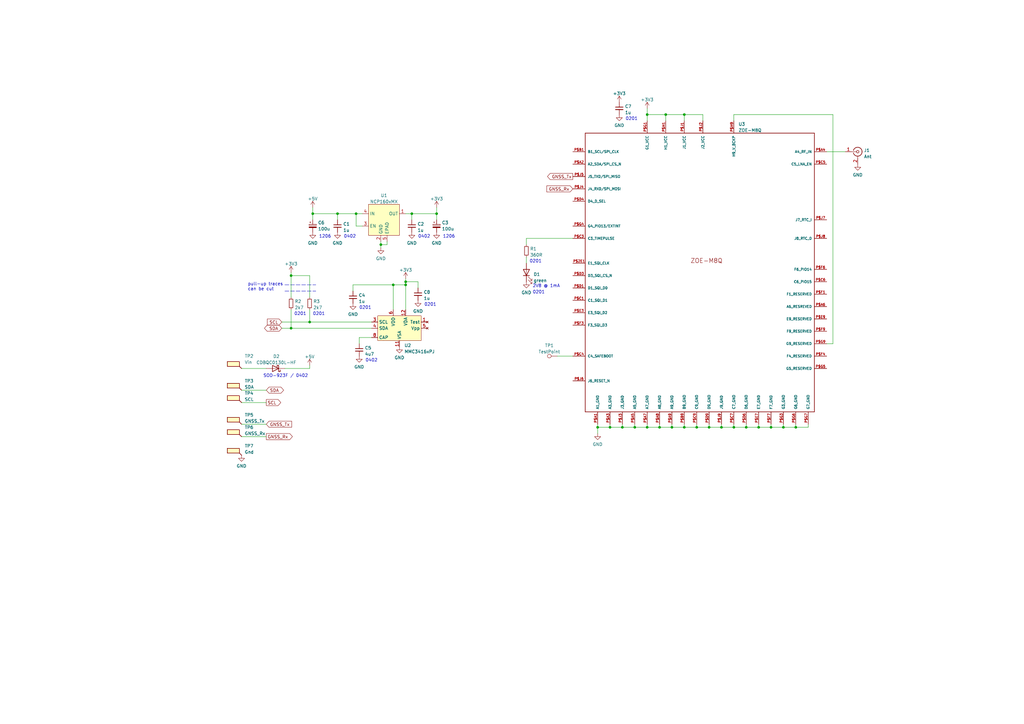
<source format=kicad_sch>
(kicad_sch (version 20211123) (generator eeschema)
  (paper "A3")
  (title_block (title "HypaLoc") (date "2022-05-24") (rev "1") (company "crteensy"))
  (lib_symbols
    (symbol "Connector:Conn_Coaxial" (pin_names (offset 1.016) hide)
      (property "Reference" "J" (at 0.254 3.048 0))
      (property "Value" "Conn_Coaxial" (at 2.921 0 90))
      (symbol "Conn_Coaxial_0_1"
        (arc (start -1.778 -0.508) (mid 0.2311 -1.8066) (end 1.778 0) (stroke (width 0.254)))
        (polyline (pts (xy -2.54 0) (xy -0.508 0)))
        (polyline (pts (xy 0 -2.54) (xy 0 -1.778)))
        (circle (center 0 0) (radius 0.508) (stroke (width 0.2032)))
        (arc (start 1.778 0) (mid 0.2099 1.8101) (end -1.778 0.508) (stroke (width 0.254)))
      )
      (symbol "Conn_Coaxial_1_1"
        (pin passive line (at -5.08 0 0) (length 2.54) (name "In") (number "1"))
        (pin passive line (at 0 -5.08 90) (length 2.54) (name "Ext") (number "2"))
      )
    )
    (symbol "Connector:TestPoint" (pin_numbers hide) (pin_names (offset 0.762) hide)
      (property "Reference" "TP" (at 0 6.858 0))
      (property "Value" "TestPoint" (at 0 5.08 0))
      (symbol "TestPoint_0_1"
        (circle (center 0 3.302) (radius 0.762))
      )
      (symbol "TestPoint_1_1"
        (pin passive line (at 0 0 90) (length 2.54) (name "1") (number "1"))
      )
    )
    (symbol "Connector:TestPoint_Flag" (pin_numbers hide) (pin_names (offset 0.762) hide)
      (property "Reference" "TP" (at 3.429 1.778 0))
      (property "Value" "TestPoint_Flag" (at 3.302 4.191 0))
      (symbol "TestPoint_Flag_0_1"
        (polyline (pts (xy 0 0) (xy 0.889 0.889)) (stroke (width 0.254)))
        (rectangle (start 0.889 2.794) (end 5.842 0.889) (stroke (width 0.254)) (fill (type background)))
      )
      (symbol "TestPoint_Flag_1_1"
        (pin passive line (at 0 0 90) (length 0) (name "1") (number "1"))
      )
    )
    (symbol "Device:C_Polarized_Small" (pin_numbers hide) (pin_names (offset 0.254) hide)
      (property "Reference" "C" (at 0.254 1.778 0))
      (property "Value" "C_Polarized_Small" (at 0.254 -2.032 0))
      (symbol "C_Polarized_Small_0_1"
        (rectangle (start -1.524 -0.3048) (end 1.524 -0.6858) (fill (type outline)))
        (rectangle (start -1.524 0.6858) (end 1.524 0.3048))
        (polyline (pts (xy -1.27 1.524) (xy -0.762 1.524)))
        (polyline (pts (xy -1.016 1.27) (xy -1.016 1.778)))
      )
      (symbol "C_Polarized_Small_1_1"
        (pin passive line (at 0 2.54 270) (length 1.8542) (name "~") (number "1"))
        (pin passive line (at 0 -2.54 90) (length 1.8542) (name "~") (number "2"))
      )
    )
    (symbol "Device:C_Small" (pin_numbers hide) (pin_names (offset 0.254) hide)
      (property "Reference" "C" (at 0.254 1.778 0))
      (property "Value" "C_Small" (at 0.254 -2.032 0))
      (symbol "C_Small_0_1"
        (polyline (pts (xy -1.524 -0.508) (xy 1.524 -0.508)) (stroke (width 0.3302)))
        (polyline (pts (xy -1.524 0.508) (xy 1.524 0.508)) (stroke (width 0.3048)))
      )
      (symbol "C_Small_1_1"
        (pin passive line (at 0 2.54 270) (length 2.032) (name "~") (number "1"))
        (pin passive line (at 0 -2.54 90) (length 2.032) (name "~") (number "2"))
      )
    )
    (symbol "Device:D_Schottky" (pin_numbers hide) (pin_names (offset 1.016) hide)
      (property "Reference" "D" (at 0 2.54 0))
      (property "Value" "D_Schottky" (at 0 -2.54 0))
      (symbol "D_Schottky_0_1"
        (polyline (pts (xy 1.27 0) (xy -1.27 0)))
        (polyline (pts (xy 1.27 1.27) (xy 1.27 -1.27) (xy -1.27 0) (xy 1.27 1.27)) (stroke (width 0.254)))
        (polyline (pts (xy -1.905 0.635) (xy -1.905 1.27) (xy -1.27 1.27) (xy -1.27 -1.27) (xy -0.635 -1.27) (xy -0.635 -0.635)) (stroke (width 0.254)))
      )
      (symbol "D_Schottky_1_1"
        (pin passive line (at -3.81 0 0) (length 2.54) (name "K") (number "1"))
        (pin passive line (at 3.81 0 180) (length 2.54) (name "A") (number "2"))
      )
    )
    (symbol "Device:LED" (pin_numbers hide) (pin_names (offset 1.016) hide)
      (property "Reference" "D" (at 0 2.54 0))
      (property "Value" "LED" (at 0 -2.54 0))
      (symbol "LED_0_1"
        (polyline (pts (xy -1.27 -1.27) (xy -1.27 1.27)) (stroke (width 0.254)))
        (polyline (pts (xy -1.27 0) (xy 1.27 0)))
        (polyline (pts (xy 1.27 -1.27) (xy 1.27 1.27) (xy -1.27 0) (xy 1.27 -1.27)) (stroke (width 0.254)))
        (polyline (pts (xy -3.048 -0.762) (xy -4.572 -2.286) (xy -3.81 -2.286) (xy -4.572 -2.286) (xy -4.572 -1.524)))
        (polyline (pts (xy -1.778 -0.762) (xy -3.302 -2.286) (xy -2.54 -2.286) (xy -3.302 -2.286) (xy -3.302 -1.524)))
      )
      (symbol "LED_1_1"
        (pin passive line (at -3.81 0 0) (length 2.54) (name "K") (number "1"))
        (pin passive line (at 3.81 0 180) (length 2.54) (name "A") (number "2"))
      )
    )
    (symbol "Device:R_Small" (pin_numbers hide) (pin_names (offset 0.254) hide)
      (property "Reference" "R" (at 0.762 0.508 0))
      (property "Value" "R_Small" (at 0.762 -1.016 0))
      (symbol "R_Small_0_1"
        (rectangle (start -0.762 1.778) (end 0.762 -1.778) (stroke (width 0.2032)))
      )
      (symbol "R_Small_1_1"
        (pin passive line (at 0 2.54 270) (length 0.762) (name "~") (number "1"))
        (pin passive line (at 0 -2.54 90) (length 0.762) (name "~") (number "2"))
      )
    )
    (symbol "HypaLoc:MMC3416xPJ"
      (property "Reference" "U" (at 6.35 8.89 0))
      (property "Value" "MMC3416xPJ" (at 10.16 6.35 0))
      (symbol "MMC3416xPJ_0_1"
        (rectangle (start -8.89 5.08) (end 8.89 -5.08) (stroke (width 0.1524)) (fill (type background)))
      )
      (symbol "MMC3416xPJ_1_1"
        (pin no_connect line (at 11.43 2.54 180) (length 2.54) (name "Test") (number "1"))
        (pin passive line (at 0 -7.62 90) (length 2.54) (name "VSA") (number "11"))
        (pin passive line (at 2.54 7.62 270) (length 2.54) (name "VDA") (number "12"))
        (pin passive line (at -11.43 2.54 0) (length 2.54) (name "SCL") (number "3"))
        (pin passive line (at -11.43 0 0) (length 2.54) (name "SDA") (number "4"))
        (pin no_connect line (at 11.43 0 180) (length 2.54) (name "Vpp") (number "5"))
        (pin passive line (at -2.54 7.62 270) (length 2.54) (name "VDD") (number "6"))
        (pin passive line (at -11.43 -3.81 0) (length 2.54) (name "CAP") (number "8"))
      )
    )
    (symbol "HypaLoc:NCP160xMX"
      (property "Reference" "U" (at 0 5.08 0))
      (property "Value" "NCP160xMX" (at 0 0 0))
      (symbol "NCP160xMX_0_1"
        (rectangle (start -6.35 6.35) (end 6.35 -6.35) (stroke (width 0.1524)) (fill (type background)))
      )
      (symbol "NCP160xMX_1_1"
        (pin power_out line (at 8.89 2.54 180) (length 2.54) (name "OUT") (number "1"))
        (pin power_in line (at -1.27 -8.89 90) (length 2.54) (name "GND") (number "2"))
        (pin passive line (at -8.89 -2.54 0) (length 2.54) (name "EN") (number "3"))
        (pin power_in line (at -8.89 2.54 0) (length 2.54) (name "IN") (number "4"))
        (pin power_in line (at 1.27 -8.89 90) (length 2.54) (name "EPAD") (number "5"))
      )
    )
    (symbol "HypaLoc:ZOE-M8Q" (pin_names (offset 1.016))
      (property "Reference" "U" (at -71.12 93.98 0))
      (property "Value" "ZOE-M8Q" (at -86.36 -30.48 0))
      (symbol "ZOE-M8Q_0_0"
        (polyline (pts (xy -71.12 -25.4) (xy 22.86 -25.4)) (stroke (width 0.254)))
        (polyline (pts (xy -71.12 88.9) (xy -71.12 -25.4)) (stroke (width 0.254)))
        (polyline (pts (xy 22.86 88.9) (xy -71.12 88.9)) (stroke (width 0.254)))
        (polyline (pts (xy 22.86 88.9) (xy 22.86 -25.4)) (stroke (width 0.254)))
        (text "ZOE-M8Q" (at -27.94 35.56 0) (effects (font (size 1.778 1.778)) (justify left bottom)))
        (pin bidirectional line (at -76.2 35.56 0) (length 5.08) (name "E1_SQI_CLK") (number "P$2E1"))
        (pin power_in line (at -66.04 -30.48 90) (length 5.08) (name "A1_GND") (number "P$A1"))
        (pin bidirectional line (at -76.2 76.2 0) (length 5.08) (name "A2_SDA/SPI_CS_N") (number "P$A2"))
        (pin power_in line (at -60.96 -30.48 90) (length 5.08) (name "A3_GND") (number "P$A3"))
        (pin input line (at 27.94 81.28 180) (length 5.08) (name "A4_RF_IN") (number "P$A4"))
        (pin power_in line (at -50.8 -30.48 90) (length 5.08) (name "A5_GND") (number "P$A5"))
        (pin bidirectional line (at 27.94 17.78 180) (length 5.08) (name "A6_RESREVED") (number "P$A6"))
        (pin power_in line (at -45.72 -30.48 90) (length 5.08) (name "A7_GND") (number "P$A7"))
        (pin power_in line (at -40.64 -30.48 90) (length 5.08) (name "A8_GND") (number "P$A8"))
        (pin power_in line (at -35.56 -30.48 90) (length 5.08) (name "A9_GND") (number "P$A9"))
        (pin bidirectional line (at -76.2 81.28 0) (length 5.08) (name "B1_SCL/SPI_CLK") (number "P$B1"))
        (pin power_in line (at -30.48 -30.48 90) (length 5.08) (name "B9_GND") (number "P$B9"))
        (pin bidirectional line (at -76.2 20.32 0) (length 5.08) (name "C1_SQI_D1") (number "P$C1"))
        (pin bidirectional line (at -76.2 45.72 0) (length 5.08) (name "C3_TIMEPULSE") (number "P$C3"))
        (pin bidirectional line (at -76.2 -2.54 0) (length 5.08) (name "C4_SAFEBOOT") (number "P$C4"))
        (pin bidirectional line (at 27.94 76.2 180) (length 5.08) (name "C5_LNA_EN") (number "P$C5"))
        (pin bidirectional line (at 27.94 27.94 180) (length 5.08) (name "C6_PIO15") (number "P$C6"))
        (pin power_in line (at -10.16 -30.48 90) (length 5.08) (name "C7_GND") (number "P$C7"))
        (pin power_in line (at -25.4 -30.48 90) (length 5.08) (name "C9_GND") (number "P$C9"))
        (pin bidirectional line (at -76.2 25.4 0) (length 5.08) (name "D1_SQI_D0") (number "P$D1"))
        (pin bidirectional line (at -76.2 30.48 0) (length 5.08) (name "D3_SQI_CS_N") (number "P$D3"))
        (pin bidirectional line (at -76.2 60.96 0) (length 5.08) (name "D4_D_SEL") (number "P$D4"))
        (pin power_in line (at -5.08 -30.48 90) (length 5.08) (name "D6_GND") (number "P$D6"))
        (pin power_in line (at -20.32 -30.48 90) (length 5.08) (name "D9_GND") (number "P$D9"))
        (pin bidirectional line (at -76.2 15.24 0) (length 5.08) (name "E3_SQI_D2") (number "P$E3"))
        (pin power_in line (at 0 -30.48 90) (length 5.08) (name "E7_GND") (number "P$E7"))
        (pin bidirectional line (at 27.94 12.7 180) (length 5.08) (name "E9_RESERVED") (number "P$E9"))
        (pin bidirectional line (at 27.94 22.86 180) (length 5.08) (name "F1_RESERVED") (number "P$F1"))
        (pin bidirectional line (at -76.2 10.16 0) (length 5.08) (name "F3_SQI_D3") (number "P$F3"))
        (pin bidirectional line (at 27.94 -2.54 180) (length 5.08) (name "F4_RESERVED") (number "P$F4"))
        (pin bidirectional line (at 27.94 33.02 180) (length 5.08) (name "F6_PIO14") (number "P$F6"))
        (pin power_in line (at 5.08 -30.48 90) (length 5.08) (name "F7_GND") (number "P$F7"))
        (pin bidirectional line (at 27.94 7.62 180) (length 5.08) (name "F9_RESERVED") (number "P$F9"))
        (pin power_in line (at -45.72 93.98 270) (length 5.08) (name "G1_VCC") (number "P$G1"))
        (pin power_in line (at 10.16 -30.48 90) (length 5.08) (name "G3_GND") (number "P$G3"))
        (pin bidirectional line (at -76.2 50.8 0) (length 5.08) (name "G4_PIO13/EXTINT") (number "P$G4"))
        (pin bidirectional line (at 27.94 -7.62 180) (length 5.08) (name "G5_RESERVED") (number "P$G5"))
        (pin power_in line (at 15.24 -30.48 90) (length 5.08) (name "G6_GND") (number "P$G6"))
        (pin power_in line (at 20.32 -30.48 90) (length 5.08) (name "G7_GND") (number "P$G7"))
        (pin bidirectional line (at 27.94 2.54 180) (length 5.08) (name "G9_RESERVED") (number "P$G9"))
        (pin power_in line (at -38.1 93.98 270) (length 5.08) (name "H1_VCC") (number "P$H1"))
        (pin power_in line (at -10.16 93.98 270) (length 5.08) (name "H9_V_BCKP") (number "P$H9"))
        (pin power_in line (at -30.48 93.98 270) (length 5.08) (name "J1_VCC") (number "P$J1"))
        (pin power_in line (at -22.86 93.98 270) (length 5.08) (name "J2_VCC") (number "P$J2"))
        (pin power_in line (at -55.88 -30.48 90) (length 5.08) (name "J3_GND") (number "P$J3"))
        (pin bidirectional line (at -76.2 66.04 0) (length 5.08) (name "J4_RXD/SPI_MOSI") (number "P$J4"))
        (pin bidirectional line (at -76.2 71.12 0) (length 5.08) (name "J5_TXD/SPI_MISO") (number "P$J5"))
        (pin bidirectional line (at -76.2 -12.7 0) (length 5.08) (name "J6_RESET_N") (number "P$J6"))
        (pin bidirectional line (at 27.94 53.34 180) (length 5.08) (name "J7_RTC_I") (number "P$J7"))
        (pin bidirectional line (at 27.94 45.72 180) (length 5.08) (name "J8_RTC_0") (number "P$J8"))
        (pin power_in line (at -15.24 -30.48 90) (length 5.08) (name "J9_GND") (number "P$J9"))
      )
    )
    (symbol "power:+3V3" (power) (pin_names (offset 0))
      (property "Value" "+3V3" (at 0 3.556 0))
      (symbol "+3V3_0_1"
        (polyline (pts (xy -0.762 1.27) (xy 0 2.54)))
        (polyline (pts (xy 0 0) (xy 0 2.54)))
        (polyline (pts (xy 0 2.54) (xy 0.762 1.27)))
      )
      (symbol "+3V3_1_1"
        (pin power_in line (at 0 0 90) (length 0) hide (name "+3V3") (number "1"))
      )
    )
    (symbol "power:+5V" (power) (pin_names (offset 0))
      (property "Value" "+5V" (at 0 3.556 0))
      (symbol "+5V_0_1"
        (polyline (pts (xy -0.762 1.27) (xy 0 2.54)))
        (polyline (pts (xy 0 0) (xy 0 2.54)))
        (polyline (pts (xy 0 2.54) (xy 0.762 1.27)))
      )
      (symbol "+5V_1_1"
        (pin power_in line (at 0 0 90) (length 0) hide (name "+5V") (number "1"))
      )
    )
    (symbol "power:GND" (power) (pin_names (offset 0))
      (property "Value" "GND" (at 0 -3.81 0))
      (symbol "GND_0_1"
        (polyline (pts (xy 0 0) (xy 0 -1.27) (xy 1.27 -1.27) (xy 0 -2.54) (xy -1.27 -1.27) (xy 0 -1.27)))
      )
      (symbol "GND_1_1"
        (pin power_in line (at 0 0 270) (length 0) hide (name "GND") (number "1"))
      )
    )
  )
  (junction (at 250.19 175.26))
  (junction (at 166.37 115.57))
  (junction (at 245.11 175.26))
  (junction (at 316.23 175.26))
  (junction (at 265.43 175.26))
  (junction (at 275.59 175.26))
  (junction (at 119.38 134.62))
  (junction (at 270.51 175.26))
  (junction (at 285.75 175.26))
  (junction (at 168.91 87.63))
  (junction (at 166.37 116.84))
  (junction (at 260.35 175.26))
  (junction (at 161.29 116.84))
  (junction (at 290.83 175.26))
  (junction (at 280.67 175.26))
  (junction (at 295.91 175.26))
  (junction (at 255.27 175.26))
  (junction (at 179.07 87.63))
  (junction (at 300.99 175.26))
  (junction (at 146.05 87.63))
  (junction (at 306.07 175.26))
  (junction (at 311.15 175.26))
  (junction (at 156.21 100.33))
  (junction (at 326.39 175.26))
  (junction (at 321.31 175.26))
  (junction (at 119.38 113.03))
  (junction (at 138.43 87.63))
  (junction (at 265.43 46.99))
  (junction (at 128.27 87.63))
  (junction (at 280.67 46.99))
  (junction (at 127 132.08))
  (junction (at 273.05 46.99))
  (wire (pts (xy 275.59 175.26) (xy 270.51 175.26)))
  (wire (pts (xy 270.51 175.26) (xy 265.43 175.26)))
  (wire (pts (xy 280.67 173.99) (xy 280.67 175.26)))
  (wire (pts (xy 99.06 165.1) (xy 109.22 165.1)))
  (wire (pts (xy 265.43 46.99) (xy 273.05 46.99)))
  (wire (pts (xy 331.47 173.99) (xy 331.47 175.26)))
  (wire (pts (xy 215.9 97.79) (xy 234.95 97.79)))
  (wire (pts (xy 260.35 173.99) (xy 260.35 175.26)))
  (wire (pts (xy 147.32 138.43) (xy 147.32 140.97)))
  (wire (pts (xy 326.39 175.26) (xy 321.31 175.26)))
  (wire (pts (xy 166.37 115.57) (xy 166.37 116.84)))
  (wire (pts (xy 300.99 175.26) (xy 295.91 175.26)))
  (wire (pts (xy 127 121.92) (xy 127 113.03)))
  (wire (pts (xy 250.19 175.26) (xy 250.19 173.99)))
  (wire (pts (xy 321.31 175.26) (xy 316.23 175.26)))
  (wire (pts (xy 280.67 46.99) (xy 273.05 46.99)))
  (wire (pts (xy 339.09 62.23) (xy 346.71 62.23)))
  (wire (pts (xy 255.27 173.99) (xy 255.27 175.26)))
  (wire (pts (xy 127 132.08) (xy 152.4 132.08)))
  (wire (pts (xy 300.99 46.99) (xy 341.63 46.99)))
  (wire (pts (xy 179.07 90.17) (xy 179.07 87.63)))
  (wire (pts (xy 146.05 87.63) (xy 146.05 92.71)))
  (wire (pts (xy 99.06 173.99) (xy 109.22 173.99)))
  (wire (pts (xy 311.15 175.26) (xy 316.23 175.26)))
  (wire (pts (xy 166.37 87.63) (xy 168.91 87.63)))
  (wire (pts (xy 280.67 175.26) (xy 275.59 175.26)))
  (wire (pts (xy 300.99 49.53) (xy 300.99 46.99)))
  (wire (pts (xy 270.51 173.99) (xy 270.51 175.26)))
  (wire (pts (xy 215.9 97.79) (xy 215.9 100.33)))
  (wire (pts (xy 295.91 173.99) (xy 295.91 175.26)))
  (wire (pts (xy 306.07 175.26) (xy 300.99 175.26)))
  (wire (pts (xy 260.35 175.26) (xy 255.27 175.26)))
  (wire (pts (xy 119.38 113.03) (xy 119.38 121.92)))
  (wire (pts (xy 115.57 132.08) (xy 127 132.08)))
  (wire (pts (xy 138.43 90.17) (xy 138.43 87.63)))
  (wire (pts (xy 306.07 173.99) (xy 306.07 175.26)))
  (wire (pts (xy 148.59 87.63) (xy 146.05 87.63)))
  (wire (pts (xy 156.21 101.6) (xy 156.21 100.33)))
  (wire (pts (xy 326.39 173.99) (xy 326.39 175.26)))
  (wire (pts (xy 127 149.86) (xy 127 151.13)))
  (wire (pts (xy 128.27 87.63) (xy 128.27 90.17)))
  (wire (pts (xy 144.78 116.84) (xy 144.78 119.38)))
  (wire (pts (xy 138.43 87.63) (xy 146.05 87.63)))
  (wire (pts (xy 228.6 146.05) (xy 234.95 146.05)))
  (wire (pts (xy 341.63 46.99) (xy 341.63 140.97)))
  (wire (pts (xy 339.09 140.97) (xy 341.63 140.97)))
  (wire (pts (xy 295.91 175.26) (xy 290.83 175.26)))
  (wire (pts (xy 119.38 111.76) (xy 119.38 113.03)))
  (wire (pts (xy 265.43 173.99) (xy 265.43 175.26)))
  (wire (pts (xy 255.27 175.26) (xy 250.19 175.26)))
  (wire (pts (xy 179.07 85.09) (xy 179.07 87.63)))
  (wire (pts (xy 273.05 46.99) (xy 273.05 49.53)))
  (wire (pts (xy 171.45 118.11) (xy 171.45 115.57)))
  (wire (pts (xy 116.84 151.13) (xy 127 151.13)))
  (wire (pts (xy 245.11 173.99) (xy 245.11 175.26)))
  (wire (pts (xy 115.57 134.62) (xy 119.38 134.62)))
  (wire (pts (xy 119.38 113.03) (xy 127 113.03)))
  (wire (pts (xy 245.11 175.26) (xy 250.19 175.26)))
  (polyline (pts (xy 116.84 119.38) (xy 129.54 119.38)))
  (wire (pts (xy 119.38 127) (xy 119.38 134.62)))
  (wire (pts (xy 311.15 173.99) (xy 311.15 175.26)))
  (wire (pts (xy 156.21 100.33) (xy 156.21 99.06)))
  (wire (pts (xy 127 127) (xy 127 132.08)))
  (wire (pts (xy 288.29 49.53) (xy 288.29 46.99)))
  (wire (pts (xy 119.38 134.62) (xy 152.4 134.62)))
  (wire (pts (xy 321.31 173.99) (xy 321.31 175.26)))
  (wire (pts (xy 285.75 173.99) (xy 285.75 175.26)))
  (wire (pts (xy 166.37 114.3) (xy 166.37 115.57)))
  (wire (pts (xy 290.83 175.26) (xy 285.75 175.26)))
  (wire (pts (xy 168.91 87.63) (xy 168.91 90.17)))
  (wire (pts (xy 288.29 46.99) (xy 280.67 46.99)))
  (wire (pts (xy 275.59 173.99) (xy 275.59 175.26)))
  (wire (pts (xy 245.11 175.26) (xy 245.11 177.8)))
  (wire (pts (xy 168.91 87.63) (xy 179.07 87.63)))
  (wire (pts (xy 300.99 173.99) (xy 300.99 175.26)))
  (wire (pts (xy 265.43 44.45) (xy 265.43 46.99)))
  (polyline (pts (xy 116.84 116.84) (xy 129.54 116.84)))
  (wire (pts (xy 144.78 116.84) (xy 161.29 116.84)))
  (wire (pts (xy 161.29 116.84) (xy 161.29 127)))
  (wire (pts (xy 265.43 49.53) (xy 265.43 46.99)))
  (wire (pts (xy 290.83 173.99) (xy 290.83 175.26)))
  (wire (pts (xy 331.47 175.26) (xy 326.39 175.26)))
  (wire (pts (xy 99.06 160.02) (xy 109.22 160.02)))
  (wire (pts (xy 265.43 175.26) (xy 260.35 175.26)))
  (wire (pts (xy 158.75 100.33) (xy 156.21 100.33)))
  (wire (pts (xy 99.06 151.13) (xy 109.22 151.13)))
  (wire (pts (xy 166.37 116.84) (xy 166.37 127)))
  (wire (pts (xy 152.4 138.43) (xy 147.32 138.43)))
  (wire (pts (xy 316.23 173.99) (xy 316.23 175.26)))
  (wire (pts (xy 146.05 92.71) (xy 148.59 92.71)))
  (wire (pts (xy 215.9 105.41) (xy 215.9 107.95)))
  (wire (pts (xy 280.67 49.53) (xy 280.67 46.99)))
  (wire (pts (xy 311.15 175.26) (xy 306.07 175.26)))
  (wire (pts (xy 128.27 85.09) (xy 128.27 87.63)))
  (wire (pts (xy 171.45 115.57) (xy 166.37 115.57)))
  (wire (pts (xy 99.06 179.07) (xy 109.22 179.07)))
  (wire (pts (xy 128.27 87.63) (xy 138.43 87.63)))
  (wire (pts (xy 285.75 175.26) (xy 280.67 175.26)))
  (wire (pts (xy 161.29 116.84) (xy 166.37 116.84)))
  (wire (pts (xy 158.75 99.06) (xy 158.75 100.33)))
  (text "1206" (at 130.81 97.79 0) (effects (font (size 1.27 1.27)) (justify left bottom)))
  (text "0201" (at 128.27 129.54 0) (effects (font (size 1.27 1.27)) (justify left bottom)))
  (text "0402" (at 171.45 97.79 0) (effects (font (size 1.27 1.27)) (justify left bottom)))
  (text "SOD-923F / 0402" (at 107.95 154.94 0) (effects (font (size 1.27 1.27)) (justify left bottom)))
  (text "pull-up traces\ncan be cut" (at 101.6 119.38 0) (effects (font (size 1.27 1.27)) (justify left bottom)))
  (text "0402" (at 149.86 148.59 0) (effects (font (size 1.27 1.27)) (justify left bottom)))
  (text "0201" (at 120.65 129.54 0) (effects (font (size 1.27 1.27)) (justify left bottom)))
  (text "0402" (at 140.97 97.79 0) (effects (font (size 1.27 1.27)) (justify left bottom)))
  (text "1206" (at 181.61 97.79 0) (effects (font (size 1.27 1.27)) (justify left bottom)))
  (text "0201" (at 218.44 120.65 0) (effects (font (size 1.27 1.27)) (justify left bottom)))
  (text "0201" (at 173.99 125.73 0) (effects (font (size 1.27 1.27)) (justify left bottom)))
  (text "0201" (at 147.32 127 0) (effects (font (size 1.27 1.27)) (justify left bottom)))
  (text "2V8 @ 1mA" (at 218.44 118.11 0) (effects (font (size 1.27 1.27)) (justify left bottom)))
  (text "0201" (at 217.17 107.95 0) (effects (font (size 1.27 1.27)) (justify left bottom)))
  (text "0201" (at 256.54 49.53 0) (effects (font (size 1.27 1.27)) (justify left bottom)))
  (global_label "GNSS_Tx" (shape output) (at 234.95 72.39 180) (property "Intersheet References" "${INTERSHEET_REFS}" (effects hide)))
  (global_label "GNSS_Rx" (shape output) (at 109.22 179.07 0) (property "Intersheet References" "${INTERSHEET_REFS}" (effects hide)))
  (global_label "SDA" (shape bidirectional) (at 109.22 160.02 0) (property "Intersheet References" "${INTERSHEET_REFS}" (effects hide)))
  (global_label "SDA" (shape bidirectional) (at 115.57 134.62 180) (property "Intersheet References" "${INTERSHEET_REFS}" (effects hide)))
  (global_label "GNSS_Tx" (shape input) (at 109.22 173.99 0) (property "Intersheet References" "${INTERSHEET_REFS}" (effects hide)))
  (global_label "SCL" (shape input) (at 115.57 132.08 180) (property "Intersheet References" "${INTERSHEET_REFS}" (effects hide)))
  (global_label "SCL" (shape output) (at 109.22 165.1 0) (property "Intersheet References" "${INTERSHEET_REFS}" (effects hide)))
  (global_label "GNSS_Rx" (shape input) (at 234.95 77.47 180) (property "Intersheet References" "${INTERSHEET_REFS}" (effects hide)))
  (symbol (lib_id "Connector:Conn_Coaxial") (at 351.79 62.23 0) (unit 1)
    (property "Reference" "J1" (at 354.33 61.6885 0) (effects (justify left)))
    (property "Value" "Ant" (at 354.33 64.2254 0) (effects (justify left)))
    (property "Footprint" "Connector_Coaxial:U.FL_Molex_MCRF_73412-0110_Vertical" (effects hide))
    (property "Datasheet" " ~" (effects hide))
  )
  (symbol (lib_id "power:GND") (at 254 46.99 0) (unit 1)
    (property "Reference" "#PWR02" (effects hide))
    (property "Value" "GND" (at 254 51.4334 0))
  )
  (symbol (lib_id "Device:C_Small") (at 144.78 121.92 0) (unit 1)
    (property "Reference" "C4" (at 147.1041 121.0916 0) (effects (justify left)))
    (property "Value" "1u" (at 147.1041 123.6285 0) (effects (justify left)))
    (property "Footprint" "Yolo-GPS:C_0201_0603Metric_mod" (effects hide))
  )
  (symbol (lib_id "power:+3V3") (at 119.38 111.76 0) (unit 1)
    (property "Reference" "#PWR0113" (effects hide))
    (property "Value" "+3V3" (at 119.38 108.1842 0))
  )
  (symbol (lib_id "Device:C_Small") (at 171.45 120.65 0) (unit 1)
    (property "Reference" "C8" (at 173.7741 119.8216 0) (effects (justify left)))
    (property "Value" "1u" (at 173.7741 122.3585 0) (effects (justify left)))
    (property "Footprint" "Yolo-GPS:C_0201_0603Metric_mod" (effects hide))
  )
  (symbol (lib_id "Device:R_Small") (at 127 124.46 0) (unit 1)
    (property "Reference" "R3" (at 128.4986 123.6253 0) (effects (justify left)))
    (property "Value" "2k7" (at 128.4986 126.1622 0) (effects (justify left)))
    (property "Footprint" "Yolo-GPS:R_0201_0603Metric_mod" (effects hide))
  )
  (symbol (lib_id "Connector:TestPoint_Flag") (at 99.06 179.07 0) (mirror y) (unit 1)
    (property "Reference" "TP6" (at 100.33 175.26 0) (effects (justify right)))
    (property "Value" "GNSS_Rx" (at 100.33 177.8 0) (effects (justify right)))
    (property "Footprint" "Yolo-GPS:pad_1x1.5" (effects hide))
  )
  (symbol (lib_id "Device:C_Polarized_Small") (at 179.07 92.71 0) (unit 1)
    (property "Reference" "C3" (at 181.229 91.3292 0) (effects (justify left)))
    (property "Value" "100u" (at 181.229 93.8661 0) (effects (justify left)))
    (property "Footprint" "Capacitor_Tantalum_SMD:CP_EIA-3216-18_Kemet-A" (effects hide))
  )
  (symbol (lib_id "power:GND") (at 138.43 95.25 0) (unit 1)
    (property "Reference" "#PWR0102" (effects hide))
    (property "Value" "GND" (at 138.43 99.6934 0))
  )
  (symbol (lib_id "Connector:TestPoint_Flag") (at 99.06 173.99 0) (mirror y) (unit 1)
    (property "Reference" "TP5" (at 100.33 170.18 0) (effects (justify right)))
    (property "Value" "GNSS_Tx" (at 100.33 172.72 0) (effects (justify right)))
    (property "Footprint" "Yolo-GPS:pad_1x1.5" (effects hide))
  )
  (symbol (lib_id "Connector:TestPoint") (at 228.6 146.05 90) (unit 1)
    (property "Reference" "TP1" (at 225.298 141.7152 90))
    (property "Value" "TestPoint" (at 225.298 144.2521 90))
    (property "Footprint" "TestPoint:TestPoint_Pad_D1.0mm" (effects hide))
  )
  (symbol (lib_id "Device:C_Polarized_Small") (at 128.27 92.71 0) (unit 1)
    (property "Reference" "C6" (at 130.429 91.3292 0) (effects (justify left)))
    (property "Value" "100u" (at 130.429 93.8661 0) (effects (justify left)))
    (property "Footprint" "Capacitor_Tantalum_SMD:CP_EIA-3216-18_Kemet-A" (effects hide))
  )
  (symbol (lib_id "power:+3V3") (at 179.07 85.09 0) (unit 1)
    (property "Reference" "#PWR0104" (effects hide))
    (property "Value" "+3V3" (at 179.07 81.5142 0))
  )
  (symbol (lib_id "Device:C_Small") (at 254 44.45 0) (unit 1)
    (property "Reference" "C7" (at 256.3241 43.6216 0) (effects (justify left)))
    (property "Value" "1u" (at 256.3241 46.1585 0) (effects (justify left)))
    (property "Footprint" "Yolo-GPS:C_0201_0603Metric_mod" (effects hide))
  )
  (symbol (lib_id "Device:R_Small") (at 119.38 124.46 0) (unit 1)
    (property "Reference" "R2" (at 120.8786 123.6253 0) (effects (justify left)))
    (property "Value" "2k7" (at 120.8786 126.1622 0) (effects (justify left)))
    (property "Footprint" "Yolo-GPS:R_0201_0603Metric_mod" (effects hide))
  )
  (symbol (lib_id "power:GND") (at 156.21 101.6 0) (unit 1)
    (property "Reference" "#PWR0109" (effects hide))
    (property "Value" "GND" (at 156.21 106.0434 0))
  )
  (symbol (lib_id "power:GND") (at 144.78 124.46 0) (unit 1)
    (property "Reference" "#PWR0112" (effects hide))
    (property "Value" "GND" (at 144.78 128.9034 0))
  )
  (symbol (lib_id "power:+5V") (at 128.27 85.09 0) (unit 1)
    (property "Reference" "#PWR0103" (effects hide))
    (property "Value" "+5V" (at 128.27 81.5142 0))
  )
  (symbol (lib_id "Connector:TestPoint_Flag") (at 99.06 186.69 0) (mirror y) (unit 1)
    (property "Reference" "TP7" (at 100.33 182.88 0) (effects (justify right)))
    (property "Value" "Gnd" (at 100.33 185.42 0) (effects (justify right)))
    (property "Footprint" "Yolo-GPS:pad_1x1.5" (effects hide))
  )
  (symbol (lib_id "Device:C_Small") (at 168.91 92.71 0) (unit 1)
    (property "Reference" "C2" (at 171.2341 91.8816 0) (effects (justify left)))
    (property "Value" "1u" (at 171.2341 94.4185 0) (effects (justify left)))
    (property "Footprint" "Capacitor_SMD:C_0402_1005Metric" (effects hide))
  )
  (symbol (lib_id "Connector:TestPoint_Flag") (at 99.06 160.02 0) (mirror y) (unit 1)
    (property "Reference" "TP3" (at 100.33 156.21 0) (effects (justify right)))
    (property "Value" "SDA" (at 100.33 158.75 0) (effects (justify right)))
    (property "Footprint" "Yolo-GPS:pad_1x1.5" (effects hide))
  )
  (symbol (lib_id "power:+3V3") (at 254 41.91 0) (unit 1)
    (property "Reference" "#PWR01" (effects hide))
    (property "Value" "+3V3" (at 254 38.3342 0))
  )
  (symbol (lib_id "power:GND") (at 163.83 142.24 0) (unit 1)
    (property "Reference" "#PWR0105" (effects hide))
    (property "Value" "GND" (at 163.83 146.6834 0))
  )
  (symbol (lib_id "power:+3V3") (at 166.37 114.3 0) (unit 1)
    (property "Reference" "#PWR0108" (effects hide))
    (property "Value" "+3V3" (at 166.37 110.7242 0))
  )
  (symbol (lib_id "power:GND") (at 171.45 123.19 0) (unit 1)
    (property "Reference" "#PWR0119" (effects hide))
    (property "Value" "GND" (at 171.45 127.6334 0))
  )
  (symbol (lib_id "power:+5V") (at 127 149.86 0) (unit 1)
    (property "Reference" "#PWR0115" (effects hide))
    (property "Value" "+5V" (at 127 146.2842 0))
  )
  (symbol (lib_id "HypaLoc:NCP160xMX") (at 157.48 90.17 0) (unit 1)
    (property "Reference" "U1" (at 157.48 80.171 0))
    (property "Value" "NCP160xMX" (at 157.48 82.7079 0))
    (property "Footprint" "Yolo-GPS:OnSemi-XDFN-4-1EP_1x1mm_P0.65mm_EP0.52x0.52mm" (effects hide))
  )
  (symbol (lib_id "Device:C_Small") (at 138.43 92.71 0) (unit 1)
    (property "Reference" "C1" (at 140.7541 91.8816 0) (effects (justify left)))
    (property "Value" "1u" (at 140.7541 94.4185 0) (effects (justify left)))
    (property "Footprint" "Capacitor_SMD:C_0402_1005Metric" (effects hide))
  )
  (symbol (lib_id "Connector:TestPoint_Flag") (at 99.06 151.13 0) (mirror y) (unit 1)
    (property "Reference" "TP2" (at 100.33 146.0531 0) (effects (justify right)))
    (property "Value" "Vin" (at 100.33 148.59 0) (effects (justify right)))
    (property "Footprint" "Yolo-GPS:pad_1x1.5" (effects hide))
  )
  (symbol (lib_id "Connector:TestPoint_Flag") (at 99.06 165.1 0) (mirror y) (unit 1)
    (property "Reference" "TP4" (at 100.33 161.29 0) (effects (justify right)))
    (property "Value" "SCL" (at 100.33 163.83 0) (effects (justify right)))
    (property "Footprint" "Yolo-GPS:pad_1x1.5" (effects hide))
  )
  (symbol (lib_id "power:GND") (at 179.07 95.25 0) (unit 1)
    (property "Reference" "#PWR0107" (effects hide))
    (property "Value" "GND" (at 179.07 99.6934 0))
  )
  (symbol (lib_id "power:+3V3") (at 265.43 44.45 0) (unit 1)
    (property "Reference" "#PWR0118" (effects hide))
    (property "Value" "+3V3" (at 265.43 40.8742 0))
  )
  (symbol (lib_id "Device:R_Small") (at 215.9 102.87 0) (unit 1)
    (property "Reference" "R1" (at 217.3986 102.0353 0) (effects (justify left)))
    (property "Value" "360R" (at 217.3986 104.5722 0) (effects (justify left)))
    (property "Footprint" "Yolo-GPS:R_0201_0603Metric_mod" (effects hide))
  )
  (symbol (lib_id "Device:D_Schottky") (at 113.03 151.13 180) (unit 1)
    (property "Reference" "D2" (at 113.3475 146.1602 0))
    (property "Value" "CDBQC0130L-HF" (at 113.3475 148.6971 0))
    (property "Footprint" "Yolo-GPS:D_SOD-932F_0402_1005Metric" (effects hide))
  )
  (symbol (lib_id "HypaLoc:ZOE-M8Q") (at 311.15 143.51 0) (unit 1)
    (property "Reference" "U3" (at 302.8697 50.9102 0) (effects (justify left)))
    (property "Value" "ZOE-M8Q" (at 302.8697 53.4471 0) (effects (justify left)))
    (property "Footprint" "Yolo-GPS:ZOE-M8" (effects hide))
    (property "Datasheet" "SMD-51 U-Blox America" (effects hide))
    (property "Field4" "https://www.digikey.de/product-detail/en/u-blox-america-inc/ZOE-M8Q-0-10/672-ZOE-M8Q-0-10CT-ND/7931815?utm_source=snapeda&utm_medium=aggregator&utm_campaign=symbol" (effects hide))
    (property "Field5" "ZOE-M8Q" (effects hide))
    (property "Field6" "M8 Concurrent Gnss Module" (effects hide))
    (property "Field7" "U-Blox America" (effects hide))
    (property "Field8" "672-ZOE-M8Q-0-10CT-ND" (effects hide))
  )
  (symbol (lib_id "power:GND") (at 99.06 186.69 0) (unit 1)
    (property "Reference" "#PWR0114" (effects hide))
    (property "Value" "GND" (at 99.06 191.1334 0))
  )
  (symbol (lib_id "Device:LED") (at 215.9 111.76 90) (unit 1)
    (property "Reference" "D1" (at 218.821 112.5128 90) (effects (justify right)))
    (property "Value" "green" (at 218.821 115.0497 90) (effects (justify right)))
    (property "Footprint" "LED_SMD:LED_0201_0603Metric" (effects hide))
  )
  (symbol (lib_id "Device:C_Small") (at 147.32 143.51 0) (unit 1)
    (property "Reference" "C5" (at 149.6441 142.6816 0) (effects (justify left)))
    (property "Value" "4u7" (at 149.6441 145.2185 0) (effects (justify left)))
    (property "Footprint" "Capacitor_SMD:C_0402_1005Metric" (effects hide))
  )
  (symbol (lib_id "power:GND") (at 168.91 95.25 0) (unit 1)
    (property "Reference" "#PWR0101" (effects hide))
    (property "Value" "GND" (at 168.91 99.6934 0))
  )
  (symbol (lib_id "HypaLoc:MMC3416xPJ") (at 163.83 134.62 0) (unit 1)
    (property "Reference" "U2" (at 165.8494 141.6796 0) (effects (justify left)))
    (property "Value" "MMC3416xPJ" (at 165.8494 144.2165 0) (effects (justify left)))
    (property "Footprint" "Yolo-GPS:BGA-12_4x4_1.6x1.6mm" (effects hide))
  )
  (symbol (lib_id "power:GND") (at 128.27 95.25 0) (unit 1)
    (property "Reference" "#PWR0116" (effects hide))
    (property "Value" "GND" (at 128.27 99.6934 0))
  )
  (symbol (lib_id "power:GND") (at 351.79 67.31 0) (unit 1)
    (property "Reference" "#PWR0111" (effects hide))
    (property "Value" "GND" (at 351.79 71.7534 0))
  )
  (symbol (lib_id "power:GND") (at 245.11 177.8 0) (unit 1)
    (property "Reference" "#PWR0117" (effects hide))
    (property "Value" "GND" (at 245.11 182.2434 0))
  )
  (symbol (lib_id "power:GND") (at 215.9 115.57 0) (unit 1)
    (property "Reference" "#PWR0110" (effects hide))
    (property "Value" "GND" (at 215.9 120.0134 0))
  )
  (symbol (lib_id "power:GND") (at 147.32 146.05 0) (unit 1)
    (property "Reference" "#PWR0106" (effects hide))
    (property "Value" "GND" (at 147.32 150.4934 0))
  )
)
</source>
